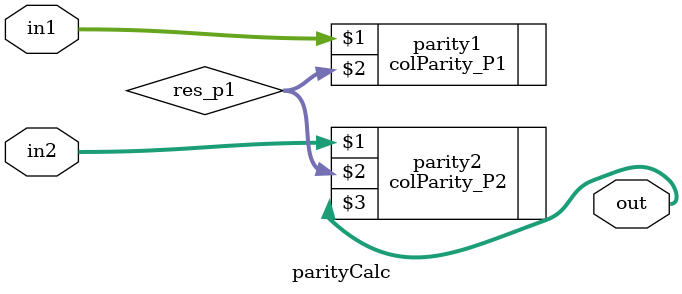
<source format=v>
`include "colParity_P1.v"
`include "colParity_P2.v"

module parityCalc(input [24:0] in1, input[24:0] in2, output[24:0] out);
	wire[24:0] res_p1;

	colParity_P1 parity1(in1, res_p1);
	colParity_P2 parity2(in2, res_p1, out);

endmodule

</source>
